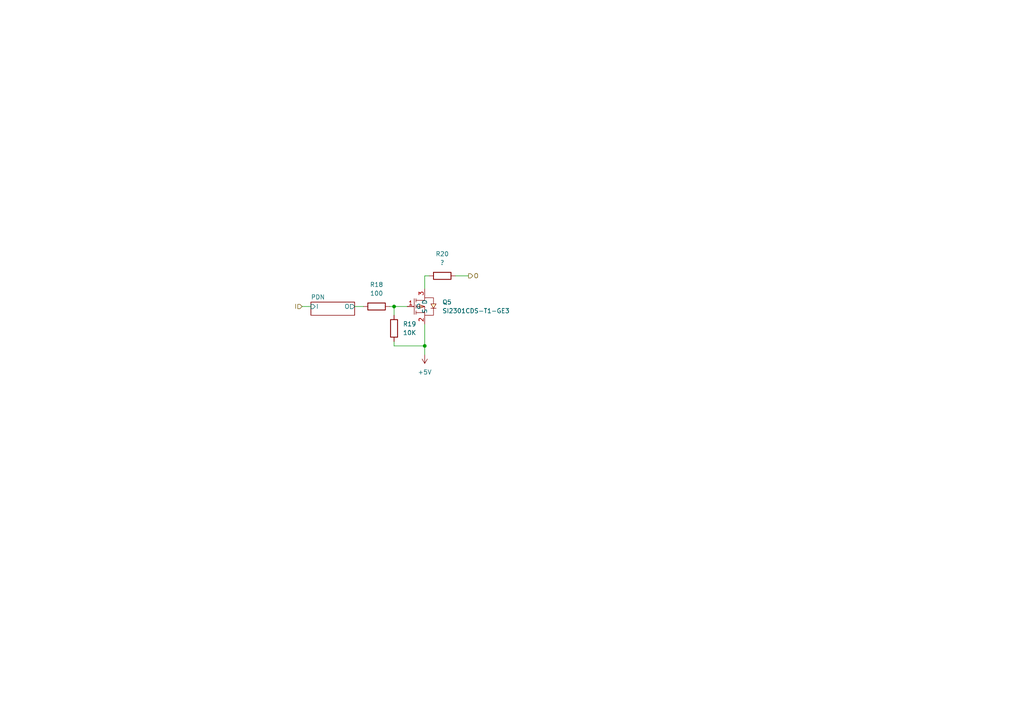
<source format=kicad_sch>
(kicad_sch (version 20231120) (generator "eeschema") (generator_version "8.0")
  (paper "A4")
  (title_block (title "Pull Up driver"))
  (lib_symbols
    (symbol "Device:R" (pin_numbers hide) (pin_names (offset 0))
      (property "Reference" "R" (at 2.032 0 90))
      (property "Value" "R" (at 0 0 90))
      (symbol "R_0_1"
        (rectangle (start -1.016 -2.54) (end 1.016 2.54) (stroke (width 0.254)))
      )
      (symbol "R_1_1"
        (pin passive line (at 0 3.81 270) (length 1.27) (name "~") (number "1"))
        (pin passive line (at 0 -3.81 90) (length 1.27) (name "~") (number "2"))
      )
    )
    (symbol "EasyEDA:SI2301CDS-T1-GE3"
      (property "Reference" "Q" (at 0 10.16 0))
      (property "Value" "SI2301CDS-T1-GE3" (at 0 -10.16 0))
      (symbol "SI2301CDS-T1-GE3_0_1"
        (polyline (pts (xy -1.78 2.29) (xy -1.78 -2.29)))
        (polyline (pts (xy -1.27 -2.29) (xy -1.27 -1.27)))
        (polyline (pts (xy -1.27 -0.51) (xy -1.27 0.51)))
        (polyline (pts (xy -1.27 1.27) (xy -1.27 2.29)))
        (polyline (pts (xy 1.27 -1.78) (xy -1.27 -1.78)))
        (polyline (pts (xy 1.27 1.78) (xy -1.27 1.78)))
        (polyline (pts (xy -1.27 0) (xy 1.27 0) (xy 1.27 -2.54)))
        (polyline (pts (xy 1.27 -2.54) (xy 3.81 -2.54) (xy 3.81 -0.51)))
        (polyline (pts (xy 1.27 0) (xy -0.25 0.51) (xy -0.25 -0.51) (xy 1.27 0)) (fill (type background)))
        (polyline (pts (xy 1.27 1.78) (xy 1.27 2.54) (xy 3.81 2.54) (xy 3.81 0.76)))
        (polyline (pts (xy 3.81 -0.51) (xy 4.57 0.76) (xy 3.05 0.76) (xy 3.81 -0.51)) (fill (type background)))
        (polyline (pts (xy 4.57 -0.51) (xy 4.32 -0.51) (xy 3.3 -0.51) (xy 3.05 -0.51)))
        (pin unspecified line (at -3.81 0 0) (length 2.032) (name "G") (number "1"))
        (pin unspecified line (at 1.27 -5.08 90) (length 2.54) (name "S") (number "2"))
        (pin unspecified line (at 1.27 5.08 270) (length 2.54) (name "D") (number "3"))
      )
    )
    (symbol "power:+5V" (power) (pin_numbers hide) (pin_names (offset 0) hide)
      (property "Value" "+5V" (at 0 3.556 0))
      (symbol "+5V_0_1"
        (polyline (pts (xy -0.762 1.27) (xy 0 2.54)))
        (polyline (pts (xy 0 0) (xy 0 2.54)))
        (polyline (pts (xy 0 2.54) (xy 0.762 1.27)))
      )
      (symbol "+5V_1_1"
        (pin power_in line (at 0 0 90) (length 0) (name "~") (number "1"))
      )
    )
  )
  (junction (at 114.3 88.9))
  (junction (at 123.19 100.33))
  (wire (pts (xy 132.08 80.01) (xy 135.89 80.01)))
  (wire (pts (xy 102.87 88.9) (xy 105.41 88.9)))
  (wire (pts (xy 113.03 88.9) (xy 114.3 88.9)))
  (wire (pts (xy 123.19 80.01) (xy 124.46 80.01)))
  (wire (pts (xy 123.19 83.82) (xy 123.19 80.01)))
  (wire (pts (xy 114.3 88.9) (xy 118.11 88.9)))
  (wire (pts (xy 114.3 100.33) (xy 123.19 100.33)))
  (wire (pts (xy 123.19 93.98) (xy 123.19 100.33)))
  (wire (pts (xy 114.3 88.9) (xy 114.3 91.44)))
  (wire (pts (xy 123.19 100.33) (xy 123.19 102.87)))
  (wire (pts (xy 87.63 88.9) (xy 90.17 88.9)))
  (wire (pts (xy 114.3 99.06) (xy 114.3 100.33)))
  (hierarchical_label "I" (shape input) (at 87.63 88.9 180))
  (hierarchical_label "O" (shape output) (at 135.89 80.01 0))
  (symbol (lib_id "Device:R") (at 109.22 88.9 90) (unit 1)
    (property "Reference" "R14" (at 109.22 82.55 90))
    (property "Value" "100" (at 109.22 85.09 90))
    (property "Description" "Resistor" (effects (hide yes)))
    (instances (project "mstd" (path "" (reference "R18") (unit 1)) (path "" (reference "R10") (unit 1)) (path "" (reference "R14") (unit 1))))
  )
  (symbol (lib_id "Device:R") (at 128.27 80.01 90) (unit 1)
    (property "Reference" "R16" (at 128.27 73.66 90))
    (property "Value" "?" (at 128.27 76.2 90))
    (property "Description" "Resistor" (effects (hide yes)))
    (instances (project "mstd" (path "" (reference "R20") (unit 1)) (path "" (reference "R12") (unit 1)) (path "" (reference "R16") (unit 1))))
  )
  (symbol (lib_id "EasyEDA:SI2301CDS-T1-GE3") (at 121.92 88.9 0) (unit 1)
    (property "Reference" "Q3" (at 128.27 87.6299 0) (effects (justify left)))
    (property "Value" "SI2301CDS-T1-GE3" (at 128.27 90.1699 0) (effects (justify left)))
    (property "Footprint" "easyeda2kicad:SOT-23-3_L3.0-W1.7-P0.95-LS2.9-BR" (effects (hide yes)))
    (property "Datasheet" "https://lcsc.com/product-detail/MOSFET_VISHAY_SI2301CDS-T1-GE3_SI2301CDS-T1-GE3_C10487.html" (effects (hide yes)))
    (property "LCSC Part" "C10487" (effects (hide yes)))
    (instances (project "mstd" (path "" (reference "Q5") (unit 1)) (path "" (reference "Q1") (unit 1)) (path "" (reference "Q3") (unit 1))))
  )
  (symbol (lib_id "Device:R") (at 114.3 95.25 0) (unit 1)
    (property "Reference" "R15" (at 116.84 93.9799 0) (effects (justify left)))
    (property "Value" "10K" (at 116.84 96.5199 0) (effects (justify left)))
    (property "Description" "Resistor" (effects (hide yes)))
    (instances (project "mstd" (path "" (reference "R19") (unit 1)) (path "" (reference "R11") (unit 1)) (path "" (reference "R15") (unit 1))))
  )
  (symbol (lib_id "power:+5V") (at 123.19 102.87 180) (unit 1)
    (property "Reference" "#PWR053" (effects (hide yes)))
    (property "Value" "+5V" (at 123.19 107.95 0))
    (property "Description" "Power symbol creates a global label with name \"+5V\"" (effects (hide yes)))
    (instances (project "mstd" (path "" (reference "#PWR055") (unit 1)) (path "" (reference "#PWR051") (unit 1)) (path "" (reference "#PWR053") (unit 1))))
  )
  (sheet (at 90.17 87.63) (size 12.7 3.81) (stroke (width 0.1524))
    (property "Sheetname" "PDN" (at 90.17 86.9184 0) (effects (justify left bottom)))
    (property "Sheetfile" "pdn.kicad_sch" (effects (hide yes)))
    (pin "O" output (at 102.87 88.9 0))
    (pin "I" input (at 90.17 88.9 180))
  )
)
</source>
